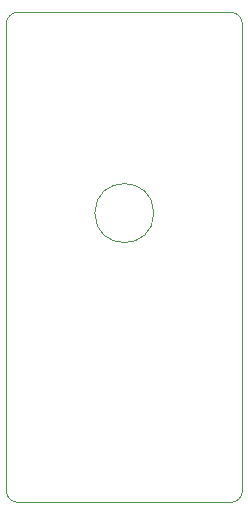
<source format=gm1>
G04 #@! TF.GenerationSoftware,KiCad,Pcbnew,5.1.9+dfsg1-1+deb11u1*
G04 #@! TF.CreationDate,2023-07-28T22:45:46+09:00*
G04 #@! TF.ProjectId,y-carrier-back-plate,792d6361-7272-4696-9572-2d6261636b2d,rev?*
G04 #@! TF.SameCoordinates,Original*
G04 #@! TF.FileFunction,Profile,NP*
%FSLAX46Y46*%
G04 Gerber Fmt 4.6, Leading zero omitted, Abs format (unit mm)*
G04 Created by KiCad (PCBNEW 5.1.9+dfsg1-1+deb11u1) date 2023-07-28 22:45:46*
%MOMM*%
%LPD*%
G01*
G04 APERTURE LIST*
G04 #@! TA.AperFunction,Profile*
%ADD10C,0.050000*%
G04 #@! TD*
G04 APERTURE END LIST*
D10*
X122000000Y-80500000D02*
G75*
G02*
X123000000Y-79500000I1000000J0D01*
G01*
X134500000Y-96500000D02*
G75*
G03*
X134500000Y-96500000I-2500000J0D01*
G01*
X122000000Y-120000000D02*
X122000000Y-80500000D01*
X141000000Y-121000000D02*
X123000000Y-121000000D01*
X141000000Y-79500000D02*
G75*
G02*
X142000000Y-80500000I0J-1000000D01*
G01*
X142000000Y-80500000D02*
X142000000Y-120000000D01*
X123000000Y-79500000D02*
X141000000Y-79500000D01*
X142000000Y-120000000D02*
G75*
G02*
X141000000Y-121000000I-1000000J0D01*
G01*
X122999999Y-121000000D02*
G75*
G02*
X122000000Y-119999999I1J1000000D01*
G01*
M02*

</source>
